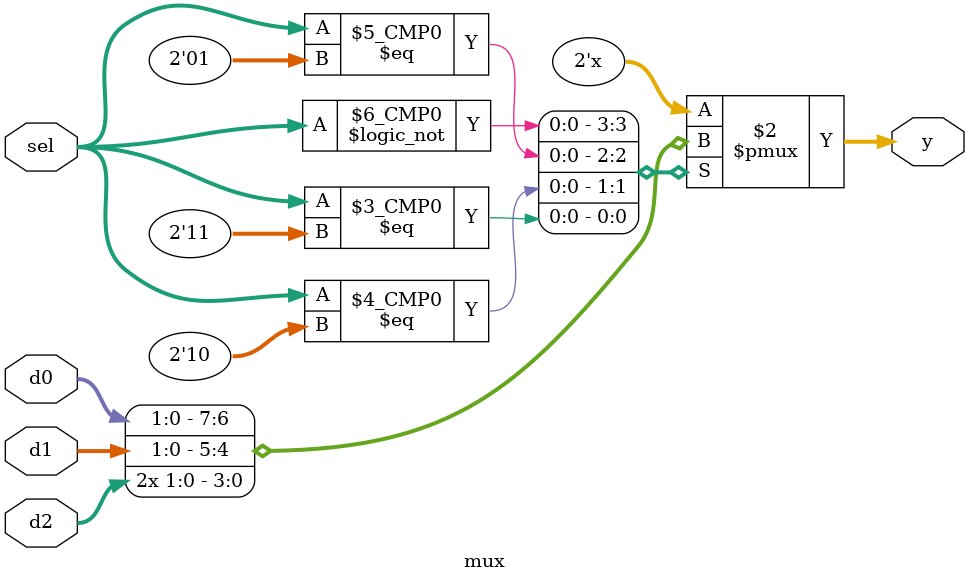
<source format=v>

module top
(
    input  io_72, io_73,
    input  io_71, io_70, io_69, io_68, io_67, io_66,
    output io_74, io_75
);
    // input signals
    wire [1:0] sel = { io_72, io_73 };
    wire [1:0] d0  = { io_71, io_70 };
    wire [1:0] d1  = { io_69, io_68 };
    wire [1:0] d2  = { io_67, io_66 };

    // connecting mux output with top module ports
    wire [1:0] y;
    assign { io_74, io_75 } = y;

    // mux
    mux mux
    (
        .d0  ( d0  ),
        .d1  ( d1  ),
        .d2  ( d2  ),
        .sel ( sel ),
        .y   ( y   )
    );

endmodule

module mux
(
    input      [1:0] d0, d1, d2, 
    input      [1:0] sel,
    output reg [1:0] y
);
    // All possible values of input signals should be provided
    // or an inferred latch will be generated!
    always @(*) begin
        case (sel)
            2'b00: y = d0;
            2'b01: y = d1;
            2'b10: y = d2;
            2'b11: y = d2;
        endcase
    end
endmodule

</source>
